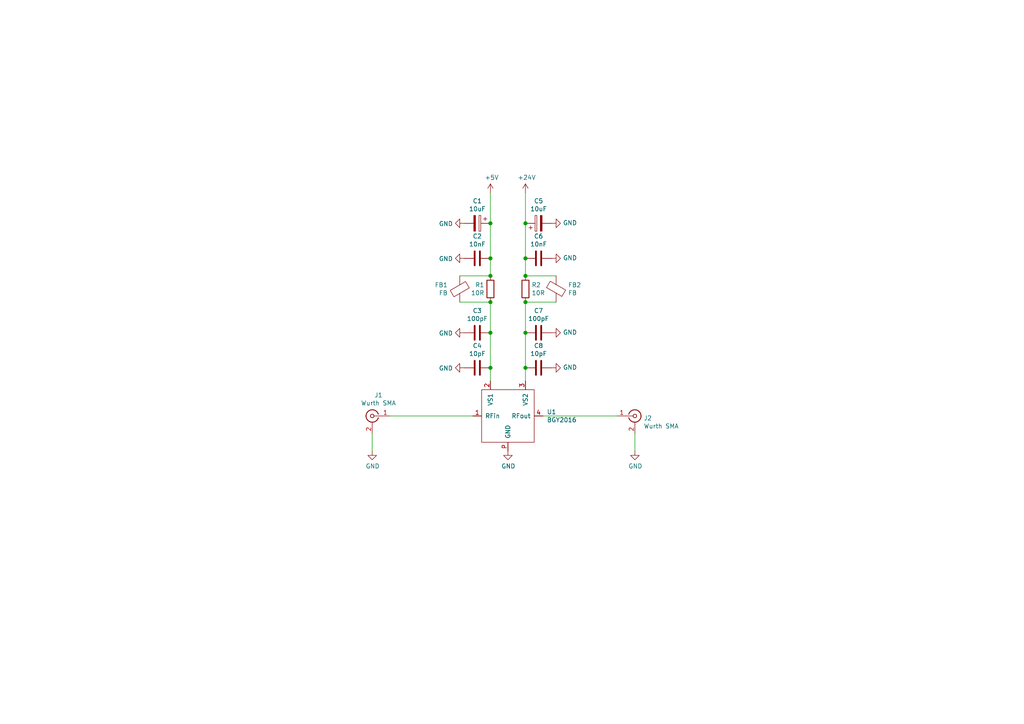
<source format=kicad_sch>
(kicad_sch (version 20201015) (generator eeschema)
  (paper "A4")
  (title_block (title "BGY2016 Amplifier") (date "2020-12-29") (rev "1") (company "AB Open"))
  (lib_symbols
    (symbol "BGYAmp:BGY2016" (pin_names (offset 1.016))
      (property "Reference" "U" (at 8.89 -11.43 0))
      (property "Value" "BGY2016" (at 8.89 -8.89 0))
      (symbol "BGY2016_0_1"
        (rectangle (start 7.62 2.54) (end -7.62 -12.7))
      )
      (symbol "BGY2016_1_1"
        (pin input line (at -10.16 -5.08 0) (length 2.54) (name "RFin") (number "1"))
        (pin power_in line (at -5.08 5.08 270) (length 2.54) (name "VS1") (number "2"))
        (pin power_in line (at 5.08 5.08 270) (length 2.54) (name "VS2") (number "3"))
        (pin output line (at 10.16 -5.08 180) (length 2.54) (name "RFout") (number "4"))
        (pin power_out line (at 0 -15.24 90) (length 2.54) (name "GND") (number "P"))
      )
    )
    (symbol "Connector:Conn_Coaxial" (pin_names (offset 1.016) hide)
      (property "Reference" "J" (at 0.254 3.048 0))
      (property "Value" "Conn_Coaxial" (at 2.921 0 90))
      (symbol "Conn_Coaxial_0_1"
        (arc (start -1.778 0.508) (end 1.778 0) (radius (at -0.0508 0) (length 1.8034) (angles 163.6 0)) (stroke (width 0.254)))
        (arc (start 1.778 0) (end -1.778 -0.508) (radius (at -0.0254 0) (length 1.8034) (angles 0 -163.8)) (stroke (width 0.254)))
        (circle (center 0 0) (radius 0.508) (stroke (width 0.2032)))
        (polyline (pts (xy -2.54 0) (xy -0.508 0)))
        (polyline (pts (xy 0 -2.54) (xy 0 -1.778)))
      )
      (symbol "Conn_Coaxial_1_1"
        (pin passive line (at -5.08 0 0) (length 2.54) (name "In") (number "1"))
        (pin passive line (at 0 -5.08 90) (length 2.54) (name "Ext") (number "2"))
      )
    )
    (symbol "Device:C" (pin_numbers hide) (pin_names (offset 0.254))
      (property "Reference" "C" (at 0.635 2.54 0))
      (property "Value" "C" (at 0.635 -2.54 0))
      (symbol "C_0_1"
        (polyline (pts (xy -2.032 -0.762) (xy 2.032 -0.762)) (stroke (width 0.508)))
        (polyline (pts (xy -2.032 0.762) (xy 2.032 0.762)) (stroke (width 0.508)))
      )
      (symbol "C_1_1"
        (pin passive line (at 0 3.81 270) (length 2.794) (name "~") (number "1"))
        (pin passive line (at 0 -3.81 90) (length 2.794) (name "~") (number "2"))
      )
    )
    (symbol "Device:CP" (pin_numbers hide) (pin_names (offset 0.254))
      (property "Reference" "C" (at 0.635 2.54 0))
      (property "Value" "CP" (at 0.635 -2.54 0))
      (symbol "CP_0_1"
        (rectangle (start -2.286 0.508) (end 2.286 1.016))
        (rectangle (start 2.286 -0.508) (end -2.286 -1.016) (fill (type outline)))
        (polyline (pts (xy -1.778 2.286) (xy -0.762 2.286)))
        (polyline (pts (xy -1.27 2.794) (xy -1.27 1.778)))
      )
      (symbol "CP_1_1"
        (pin passive line (at 0 3.81 270) (length 2.794) (name "~") (number "1"))
        (pin passive line (at 0 -3.81 90) (length 2.794) (name "~") (number "2"))
      )
    )
    (symbol "Device:Ferrite_Bead" (pin_numbers hide) (pin_names (offset 0))
      (property "Reference" "FB" (at -3.81 0.635 90))
      (property "Value" "Ferrite_Bead" (at 3.81 0 90))
      (symbol "Ferrite_Bead_0_1"
        (polyline (pts (xy 0 -1.27) (xy 0 -1.2192)))
        (polyline (pts (xy 0 1.27) (xy 0 1.2954)))
        (polyline (pts (xy -2.7686 0.4064) (xy -1.7018 2.2606) (xy 2.7686 -0.3048) (xy 1.6764 -2.159) (xy -2.7686 0.4064)))
      )
      (symbol "Ferrite_Bead_1_1"
        (pin passive line (at 0 3.81 270) (length 2.54) (name "~") (number "1"))
        (pin passive line (at 0 -3.81 90) (length 2.54) (name "~") (number "2"))
      )
    )
    (symbol "Device:R" (pin_numbers hide) (pin_names (offset 0))
      (property "Reference" "R" (at 2.032 0 90))
      (property "Value" "R" (at 0 0 90))
      (symbol "R_0_1"
        (rectangle (start -1.016 -2.54) (end 1.016 2.54) (stroke (width 0.254)))
      )
      (symbol "R_1_1"
        (pin passive line (at 0 3.81 270) (length 1.27) (name "~") (number "1"))
        (pin passive line (at 0 -3.81 90) (length 1.27) (name "~") (number "2"))
      )
    )
    (symbol "power:+24V" (power) (pin_names (offset 0))
      (property "Value" "+24V" (at 0 3.556 0))
      (symbol "+24V_0_1"
        (polyline (pts (xy -0.762 1.27) (xy 0 2.54)))
        (polyline (pts (xy 0 0) (xy 0 2.54)))
        (polyline (pts (xy 0 2.54) (xy 0.762 1.27)))
      )
      (symbol "+24V_1_1"
        (pin power_in line (at 0 0 90) (length 0) hide (name "+24V") (number "1"))
      )
    )
    (symbol "power:+5V" (power) (pin_names (offset 0))
      (property "Value" "+5V" (at 0 3.556 0))
      (symbol "+5V_0_1"
        (polyline (pts (xy -0.762 1.27) (xy 0 2.54)))
        (polyline (pts (xy 0 0) (xy 0 2.54)))
        (polyline (pts (xy 0 2.54) (xy 0.762 1.27)))
      )
      (symbol "+5V_1_1"
        (pin power_in line (at 0 0 90) (length 0) hide (name "+5V") (number "1"))
      )
    )
    (symbol "power:GND" (power) (pin_names (offset 0))
      (property "Value" "GND" (at 0 -3.81 0))
      (symbol "GND_0_1"
        (polyline (pts (xy 0 0) (xy 0 -1.27) (xy 1.27 -1.27) (xy 0 -2.54) (xy -1.27 -1.27) (xy 0 -1.27)))
      )
      (symbol "GND_1_1"
        (pin power_in line (at 0 0 270) (length 0) hide (name "GND") (number "1"))
      )
    )
  )
  (junction (at 142.24 64.77) (diameter 1.016))
  (junction (at 142.24 74.93) (diameter 1.016))
  (junction (at 142.24 80.01) (diameter 1.016))
  (junction (at 142.24 87.63) (diameter 1.016))
  (junction (at 142.24 96.52) (diameter 1.016))
  (junction (at 142.24 106.68) (diameter 1.016))
  (junction (at 152.4 64.77) (diameter 1.016))
  (junction (at 152.4 74.93) (diameter 1.016))
  (junction (at 152.4 80.01) (diameter 1.016))
  (junction (at 152.4 87.63) (diameter 1.016))
  (junction (at 152.4 96.52) (diameter 1.016))
  (junction (at 152.4 106.68) (diameter 1.016))
  (wire (pts (xy 107.95 125.73) (xy 107.95 130.81)))
  (wire (pts (xy 133.35 80.01) (xy 142.24 80.01)))
  (wire (pts (xy 133.35 87.63) (xy 142.24 87.63)))
  (wire (pts (xy 137.16 120.65) (xy 113.03 120.65)))
  (wire (pts (xy 142.24 55.88) (xy 142.24 64.77)))
  (wire (pts (xy 142.24 64.77) (xy 142.24 74.93)))
  (wire (pts (xy 142.24 74.93) (xy 142.24 80.01)))
  (wire (pts (xy 142.24 87.63) (xy 142.24 96.52)))
  (wire (pts (xy 142.24 106.68) (xy 142.24 96.52)))
  (wire (pts (xy 142.24 110.49) (xy 142.24 106.68)))
  (wire (pts (xy 152.4 55.88) (xy 152.4 64.77)))
  (wire (pts (xy 152.4 64.77) (xy 152.4 74.93)))
  (wire (pts (xy 152.4 74.93) (xy 152.4 80.01)))
  (wire (pts (xy 152.4 80.01) (xy 161.29 80.01)))
  (wire (pts (xy 152.4 87.63) (xy 152.4 96.52)))
  (wire (pts (xy 152.4 96.52) (xy 152.4 106.68)))
  (wire (pts (xy 152.4 106.68) (xy 152.4 110.49)))
  (wire (pts (xy 157.48 120.65) (xy 179.07 120.65)))
  (wire (pts (xy 161.29 87.63) (xy 152.4 87.63)))
  (wire (pts (xy 184.15 125.73) (xy 184.15 130.81)))
  (symbol (lib_id "power:+5V") (at 142.24 55.88 0) (unit 1)
    (property "Reference" "#PWR06" (effects hide))
    (property "Value" "+5V" (at 142.621 51.4858 0))
  )
  (symbol (lib_id "power:+24V") (at 152.4 55.88 0) (unit 1)
    (property "Reference" "#PWR08" (effects hide))
    (property "Value" "+24V" (at 152.781 51.4858 0))
  )
  (symbol (lib_id "power:GND") (at 107.95 130.81 0) (unit 1)
    (property "Reference" "#PWR01" (effects hide))
    (property "Value" "GND" (at 108.077 135.2042 0))
  )
  (symbol (lib_id "power:GND") (at 134.62 64.77 270) (unit 1)
    (property "Reference" "#PWR02" (effects hide))
    (property "Value" "GND" (at 131.3688 64.897 90) (effects (justify right)))
  )
  (symbol (lib_id "power:GND") (at 134.62 74.93 270) (unit 1)
    (property "Reference" "#PWR03" (effects hide))
    (property "Value" "GND" (at 131.3688 75.057 90) (effects (justify right)))
  )
  (symbol (lib_id "power:GND") (at 134.62 96.52 270) (unit 1)
    (property "Reference" "#PWR04" (effects hide))
    (property "Value" "GND" (at 131.3688 96.647 90) (effects (justify right)))
  )
  (symbol (lib_id "power:GND") (at 134.62 106.68 270) (unit 1)
    (property "Reference" "#PWR05" (effects hide))
    (property "Value" "GND" (at 131.3688 106.807 90) (effects (justify right)))
  )
  (symbol (lib_id "power:GND") (at 147.32 130.81 0) (unit 1)
    (property "Reference" "#PWR07" (effects hide))
    (property "Value" "GND" (at 147.447 135.2042 0))
  )
  (symbol (lib_id "power:GND") (at 160.02 64.77 90) (unit 1)
    (property "Reference" "#PWR09" (effects hide))
    (property "Value" "GND" (at 163.2712 64.643 90) (effects (justify right)))
  )
  (symbol (lib_id "power:GND") (at 160.02 74.93 90) (unit 1)
    (property "Reference" "#PWR010" (effects hide))
    (property "Value" "GND" (at 163.2712 74.803 90) (effects (justify right)))
  )
  (symbol (lib_id "power:GND") (at 160.02 96.52 90) (unit 1)
    (property "Reference" "#PWR011" (effects hide))
    (property "Value" "GND" (at 163.2712 96.393 90) (effects (justify right)))
  )
  (symbol (lib_id "power:GND") (at 160.02 106.68 90) (unit 1)
    (property "Reference" "#PWR012" (effects hide))
    (property "Value" "GND" (at 163.2712 106.553 90) (effects (justify right)))
  )
  (symbol (lib_id "power:GND") (at 184.15 130.81 0) (unit 1)
    (property "Reference" "#PWR013" (effects hide))
    (property "Value" "GND" (at 184.277 135.2042 0))
  )
  (symbol (lib_id "Device:R") (at 142.24 83.82 0) (mirror x) (unit 1)
    (property "Reference" "R1" (at 140.4874 82.6516 0) (effects (justify right)))
    (property "Value" "10R" (at 140.4874 84.963 0) (effects (justify right)))
    (property "Footprint" "Resistor_SMD:R_2512_6332Metric" (effects hide))
    (property "Manufacturer" "KOA" (effects hide))
    (property "ManufacturerPartNumber" "RK73HW3ATTE10R0F" (effects hide))
  )
  (symbol (lib_id "Device:R") (at 152.4 83.82 0) (unit 1)
    (property "Reference" "R2" (at 154.178 82.6516 0) (effects (justify left)))
    (property "Value" "10R" (at 154.178 84.963 0) (effects (justify left)))
    (property "Footprint" "Resistor_SMD:R_2512_6332Metric" (effects hide))
    (property "Manufacturer" "KOA" (effects hide))
    (property "ManufacturerPartNumber" "RK73HW3ATTE10R0F" (effects hide))
  )
  (symbol (lib_id "Device:CP") (at 138.43 64.77 270) (unit 1)
    (property "Reference" "C1" (at 138.43 58.293 90))
    (property "Value" "10uF" (at 138.43 60.6044 90))
    (property "Footprint" "Capacitor_SMD:CP_Elec_5x5.4" (effects hide))
    (property "Manufacturer" "Panasonic" (effects hide))
    (property "ManufacturerPartNumber" "EEEHA1V100R" (effects hide))
  )
  (symbol (lib_id "Device:C") (at 138.43 74.93 270) (unit 1)
    (property "Reference" "C2" (at 138.43 68.5292 90))
    (property "Value" "10nF" (at 138.43 70.8406 90))
    (property "Footprint" "Capacitor_SMD:C_0603_1608Metric" (effects hide))
    (property "Manufacturer" "Kemet" (effects hide))
    (property "ManufacturerPartNumber" "C0603C103J5RACTU" (effects hide))
  )
  (symbol (lib_id "Device:C") (at 138.43 96.52 270) (unit 1)
    (property "Reference" "C3" (at 138.43 90.1192 90))
    (property "Value" "100pF" (at 138.43 92.4306 90))
    (property "Footprint" "Capacitor_SMD:C_0603_1608Metric" (effects hide))
    (property "Manufacturer" "AVX" (effects hide))
    (property "ManufacturerPartNumber" "06031A101JAT2A" (effects hide))
  )
  (symbol (lib_id "Device:C") (at 138.43 106.68 270) (unit 1)
    (property "Reference" "C4" (at 138.43 100.2792 90))
    (property "Value" "10pF" (at 138.43 102.5906 90))
    (property "Footprint" "Capacitor_SMD:C_0603_1608Metric" (effects hide))
    (property "Manufacturer" "AVX" (effects hide))
    (property "ManufacturerPartNumber" "06035A100KAT2A" (effects hide))
  )
  (symbol (lib_id "Device:CP") (at 156.21 64.77 90) (unit 1)
    (property "Reference" "C5" (at 156.21 58.293 90))
    (property "Value" "10uF" (at 156.21 60.6044 90))
    (property "Footprint" "Capacitor_SMD:CP_Elec_5x5.4" (effects hide))
    (property "Manufacturer" "Panasonic" (effects hide))
    (property "ManufacturerPartNumber" "EEEHA1V100R" (effects hide))
  )
  (symbol (lib_id "Device:C") (at 156.21 74.93 270) (unit 1)
    (property "Reference" "C6" (at 156.21 68.5292 90))
    (property "Value" "10nF" (at 156.21 70.8406 90))
    (property "Footprint" "Capacitor_SMD:C_0603_1608Metric" (effects hide))
    (property "Manufacturer" "Kemet" (effects hide))
    (property "ManufacturerPartNumber" "C0603C103J5RACTU" (effects hide))
  )
  (symbol (lib_id "Device:C") (at 156.21 96.52 270) (unit 1)
    (property "Reference" "C7" (at 156.21 90.1192 90))
    (property "Value" "100pF" (at 156.21 92.4306 90))
    (property "Footprint" "Capacitor_SMD:C_0603_1608Metric" (effects hide))
    (property "Manufacturer" "AVX" (effects hide))
    (property "ManufacturerPartNumber" "06031A101JAT2A" (effects hide))
  )
  (symbol (lib_id "Device:C") (at 156.21 106.68 270) (unit 1)
    (property "Reference" "C8" (at 156.21 100.2792 90))
    (property "Value" "10pF" (at 156.21 102.5906 90))
    (property "Footprint" "Capacitor_SMD:C_0603_1608Metric" (effects hide))
    (property "Manufacturer" "AVX" (effects hide))
    (property "ManufacturerPartNumber" "06035A100KAT2A" (effects hide))
  )
  (symbol (lib_id "Device:Ferrite_Bead") (at 133.35 83.82 0) (mirror x) (unit 1)
    (property "Reference" "FB1" (at 129.8702 82.6516 0) (effects (justify right)))
    (property "Value" "FB" (at 129.8702 84.963 0) (effects (justify right)))
    (property "Footprint" "Inductor_THT:L_Axial_L5.3mm_D2.2mm_P7.62mm_Horizontal_Vishay_IM-1" (effects hide))
    (property "Manufacturer" "Ferroxcube" (effects hide))
    (property "ManufacturerPartNumber" "BD3/1/4-4S2" (effects hide))
  )
  (symbol (lib_id "Device:Ferrite_Bead") (at 161.29 83.82 0) (unit 1)
    (property "Reference" "FB2" (at 164.7698 82.6516 0) (effects (justify left)))
    (property "Value" "FB" (at 164.7698 84.963 0) (effects (justify left)))
    (property "Footprint" "Inductor_THT:L_Axial_L5.3mm_D2.2mm_P7.62mm_Horizontal_Vishay_IM-1" (effects hide))
    (property "Manufacturer" "Ferroxcube" (effects hide))
    (property "ManufacturerPartNumber" "BD3/1/4-4S2" (effects hide))
  )
  (symbol (lib_id "Connector:Conn_Coaxial") (at 107.95 120.65 0) (mirror y) (unit 1)
    (property "Reference" "J1" (at 109.7788 114.6048 0))
    (property "Value" "Wurth SMA" (at 109.7788 116.9162 0))
    (property "Footprint" "BGY2016 Amplifier:Wurth_WR-SMA_60312202114514" (effects hide))
    (property "Datasheet" " ~" (effects hide))
    (property "Manufacturer" "Wurth Elektronik" (effects hide))
    (property "ManufacturerPartNumber" "60312202114514" (effects hide))
  )
  (symbol (lib_id "Connector:Conn_Coaxial") (at 184.15 120.65 0) (unit 1)
    (property "Reference" "J2" (at 186.69 121.285 0) (effects (justify left)))
    (property "Value" "Wurth SMA" (at 186.69 123.5964 0) (effects (justify left)))
    (property "Footprint" "BGY2016 Amplifier:Wurth_WR-SMA_60312202114514" (effects hide))
    (property "Datasheet" " ~" (effects hide))
    (property "Manufacturer" "Wurth Elektronik" (effects hide))
    (property "ManufacturerPartNumber" "60312202114514" (effects hide))
  )
  (symbol (lib_id "BGYAmp:BGY2016") (at 147.32 115.57 0) (unit 1)
    (property "Reference" "U1" (at 158.5976 119.4816 0) (effects (justify left)))
    (property "Value" "BGY2016" (at 158.5976 121.793 0) (effects (justify left)))
    (property "Footprint" "BGY2016 Amplifier:BGY2016" (effects hide))
  )
)
</source>
